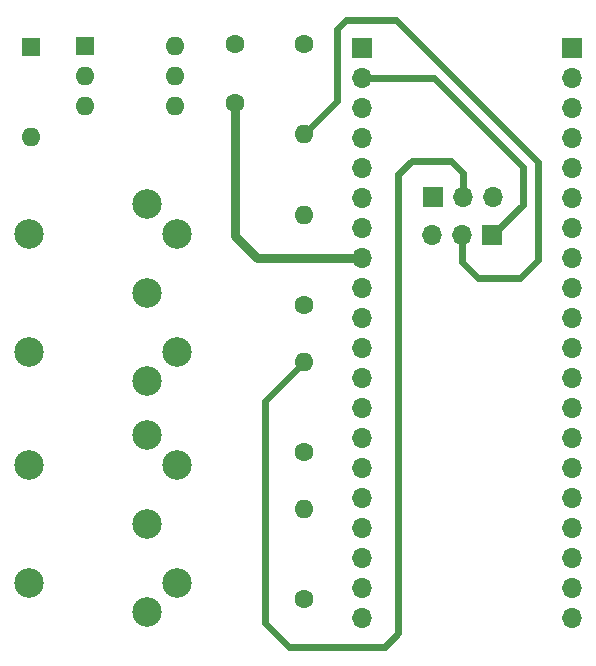
<source format=gbr>
%TF.GenerationSoftware,KiCad,Pcbnew,(6.0.5)*%
%TF.CreationDate,2022-07-19T14:12:40+01:00*%
%TF.ProjectId,PicoMIDIPack,5069636f-4d49-4444-9950-61636b2e6b69,rev?*%
%TF.SameCoordinates,Original*%
%TF.FileFunction,Copper,L2,Bot*%
%TF.FilePolarity,Positive*%
%FSLAX46Y46*%
G04 Gerber Fmt 4.6, Leading zero omitted, Abs format (unit mm)*
G04 Created by KiCad (PCBNEW (6.0.5)) date 2022-07-19 14:12:40*
%MOMM*%
%LPD*%
G01*
G04 APERTURE LIST*
%TA.AperFunction,ComponentPad*%
%ADD10R,1.700000X1.700000*%
%TD*%
%TA.AperFunction,ComponentPad*%
%ADD11O,1.700000X1.700000*%
%TD*%
%TA.AperFunction,WasherPad*%
%ADD12C,2.499360*%
%TD*%
%TA.AperFunction,ComponentPad*%
%ADD13C,2.499360*%
%TD*%
%TA.AperFunction,ComponentPad*%
%ADD14C,1.600000*%
%TD*%
%TA.AperFunction,ComponentPad*%
%ADD15O,1.600000X1.600000*%
%TD*%
%TA.AperFunction,ComponentPad*%
%ADD16R,1.600000X1.600000*%
%TD*%
%TA.AperFunction,Conductor*%
%ADD17C,0.800000*%
%TD*%
%TA.AperFunction,Conductor*%
%ADD18C,0.600000*%
%TD*%
G04 APERTURE END LIST*
D10*
%TO.P,UART0,1,Pin_1*%
%TO.N,/RX0*%
X81011000Y-85795000D03*
D11*
%TO.P,UART0,2,Pin_2*%
%TO.N,Net-(R4-Pad2)*%
X78471000Y-85795000D03*
%TO.P,UART0,3,Pin_3*%
%TO.N,/RX1*%
X75931000Y-85795000D03*
%TD*%
D12*
%TO.P,IN,*%
%TO.N,*%
X41770300Y-85676740D03*
X41770300Y-95679260D03*
D13*
%TO.P,IN,1*%
%TO.N,unconnected-(J1-Pad1)*%
X51765200Y-98176080D03*
%TO.P,IN,2*%
%TO.N,unconnected-(J1-Pad2)*%
X51767740Y-90678000D03*
%TO.P,IN,3*%
%TO.N,unconnected-(J1-Pad3)*%
X51765200Y-83179920D03*
%TO.P,IN,4*%
%TO.N,Net-(J1-Pad4)*%
X54267100Y-95674180D03*
%TO.P,IN,5*%
%TO.N,Net-(D1-Pad2)*%
X54267100Y-85681820D03*
%TD*%
D14*
%TO.P,33R,1*%
%TO.N,Net-(J2-Pad4)*%
X65024000Y-116586000D03*
D15*
%TO.P,33R,2*%
%TO.N,+3V3*%
X65024000Y-108966000D03*
%TD*%
D14*
%TO.P,220R,1*%
%TO.N,Net-(J1-Pad4)*%
X65024000Y-91694000D03*
D15*
%TO.P,220R,2*%
%TO.N,Net-(D1-Pad1)*%
X65024000Y-84074000D03*
%TD*%
D10*
%TO.P,J4,1,Pin_1*%
%TO.N,Net-(J4-Pad1)*%
X87780000Y-70000000D03*
D11*
%TO.P,J4,2,Pin_2*%
%TO.N,Net-(J4-Pad2)*%
X87780000Y-72540000D03*
%TO.P,J4,3,Pin_3*%
%TO.N,GND*%
X87780000Y-75080000D03*
%TO.P,J4,4,Pin_4*%
%TO.N,Net-(J4-Pad4)*%
X87780000Y-77620000D03*
%TO.P,J4,5,Pin_5*%
%TO.N,+3V3*%
X87780000Y-80160000D03*
%TO.P,J4,6,Pin_6*%
%TO.N,Net-(J4-Pad6)*%
X87780000Y-82700000D03*
%TO.P,J4,7,Pin_7*%
%TO.N,Net-(J4-Pad7)*%
X87780000Y-85240000D03*
%TO.P,J4,8,Pin_8*%
%TO.N,GND*%
X87780000Y-87780000D03*
%TO.P,J4,9,Pin_9*%
%TO.N,Net-(J4-Pad9)*%
X87780000Y-90320000D03*
%TO.P,J4,10,Pin_10*%
%TO.N,Net-(J4-Pad10)*%
X87780000Y-92860000D03*
%TO.P,J4,11,Pin_11*%
%TO.N,Net-(J4-Pad11)*%
X87780000Y-95400000D03*
%TO.P,J4,12,Pin_12*%
%TO.N,Net-(J4-Pad12)*%
X87780000Y-97940000D03*
%TO.P,J4,13,Pin_13*%
%TO.N,GND*%
X87780000Y-100480000D03*
%TO.P,J4,14,Pin_14*%
%TO.N,Net-(J4-Pad14)*%
X87780000Y-103020000D03*
%TO.P,J4,15,Pin_15*%
%TO.N,Net-(J4-Pad15)*%
X87780000Y-105560000D03*
%TO.P,J4,16,Pin_16*%
%TO.N,Net-(J4-Pad16)*%
X87780000Y-108100000D03*
%TO.P,J4,17,Pin_17*%
%TO.N,Net-(J4-Pad17)*%
X87780000Y-110640000D03*
%TO.P,J4,18,Pin_18*%
%TO.N,GND*%
X87780000Y-113180000D03*
%TO.P,J4,19,Pin_19*%
%TO.N,Net-(J4-Pad19)*%
X87780000Y-115720000D03*
%TO.P,J4,20,Pin_20*%
%TO.N,Net-(J4-Pad20)*%
X87780000Y-118260000D03*
%TD*%
D16*
%TO.P,H11L1,1*%
%TO.N,Net-(D1-Pad1)*%
X46492000Y-69840000D03*
D15*
%TO.P,H11L1,2*%
%TO.N,Net-(D1-Pad2)*%
X46492000Y-72380000D03*
%TO.P,H11L1,3*%
%TO.N,unconnected-(U1-Pad3)*%
X46492000Y-74920000D03*
%TO.P,H11L1,4*%
%TO.N,Net-(R4-Pad2)*%
X54112000Y-74920000D03*
%TO.P,H11L1,5*%
%TO.N,GND*%
X54112000Y-72380000D03*
%TO.P,H11L1,6*%
%TO.N,+3V3*%
X54112000Y-69840000D03*
%TD*%
D10*
%TO.P,UART1,1,Pin_1*%
%TO.N,/TX1*%
X75961000Y-82607000D03*
D11*
%TO.P,UART1,2,Pin_2*%
%TO.N,Net-(J5-Pad2)*%
X78501000Y-82607000D03*
%TO.P,UART1,3,Pin_3*%
%TO.N,/TX0*%
X81041000Y-82607000D03*
%TD*%
D14*
%TO.P,470R,1*%
%TO.N,+3V3*%
X65024000Y-69596000D03*
D15*
%TO.P,470R,2*%
%TO.N,Net-(R4-Pad2)*%
X65024000Y-77216000D03*
%TD*%
D14*
%TO.P,10R,1*%
%TO.N,Net-(J2-Pad5)*%
X65024000Y-104140000D03*
D15*
%TO.P,10R,2*%
%TO.N,Net-(J5-Pad2)*%
X65024000Y-96520000D03*
%TD*%
D14*
%TO.P,100nF,1*%
%TO.N,+3V3*%
X59182000Y-69636000D03*
%TO.P,100nF,2*%
%TO.N,GND*%
X59182000Y-74636000D03*
%TD*%
D16*
%TO.P,1N914,1,K*%
%TO.N,Net-(D1-Pad1)*%
X41910000Y-69850000D03*
D15*
%TO.P,1N914,2,A*%
%TO.N,Net-(D1-Pad2)*%
X41910000Y-77470000D03*
%TD*%
D10*
%TO.P,J3,1,Pin_1*%
%TO.N,/TX0*%
X70000000Y-70000000D03*
D11*
%TO.P,J3,2,Pin_2*%
%TO.N,/RX0*%
X70000000Y-72540000D03*
%TO.P,J3,3,Pin_3*%
%TO.N,GND*%
X70000000Y-75080000D03*
%TO.P,J3,4,Pin_4*%
%TO.N,Net-(J3-Pad4)*%
X70000000Y-77620000D03*
%TO.P,J3,5,Pin_5*%
%TO.N,Net-(J3-Pad5)*%
X70000000Y-80160000D03*
%TO.P,J3,6,Pin_6*%
%TO.N,/TX1*%
X70000000Y-82700000D03*
%TO.P,J3,7,Pin_7*%
%TO.N,/RX1*%
X70000000Y-85240000D03*
%TO.P,J3,8,Pin_8*%
%TO.N,GND*%
X70000000Y-87780000D03*
%TO.P,J3,9,Pin_9*%
%TO.N,Net-(J3-Pad9)*%
X70000000Y-90320000D03*
%TO.P,J3,10,Pin_10*%
%TO.N,Net-(J3-Pad10)*%
X70000000Y-92860000D03*
%TO.P,J3,11,Pin_11*%
%TO.N,Net-(J3-Pad11)*%
X70000000Y-95400000D03*
%TO.P,J3,12,Pin_12*%
%TO.N,Net-(J3-Pad12)*%
X70000000Y-97940000D03*
%TO.P,J3,13,Pin_13*%
%TO.N,GND*%
X70000000Y-100480000D03*
%TO.P,J3,14,Pin_14*%
%TO.N,Net-(J3-Pad14)*%
X70000000Y-103020000D03*
%TO.P,J3,15,Pin_15*%
%TO.N,Net-(J3-Pad15)*%
X70000000Y-105560000D03*
%TO.P,J3,16,Pin_16*%
%TO.N,Net-(J3-Pad16)*%
X70000000Y-108100000D03*
%TO.P,J3,17,Pin_17*%
%TO.N,Net-(J3-Pad17)*%
X70000000Y-110640000D03*
%TO.P,J3,18,Pin_18*%
%TO.N,GND*%
X70000000Y-113180000D03*
%TO.P,J3,19,Pin_19*%
%TO.N,Net-(J3-Pad19)*%
X70000000Y-115720000D03*
%TO.P,J3,20,Pin_20*%
%TO.N,Net-(J3-Pad20)*%
X70000000Y-118260000D03*
%TD*%
D12*
%TO.P,OUT,*%
%TO.N,*%
X41770300Y-115237260D03*
X41770300Y-105234740D03*
D13*
%TO.P,OUT,1*%
%TO.N,unconnected-(J2-Pad1)*%
X51765200Y-117734080D03*
%TO.P,OUT,2*%
%TO.N,GND*%
X51767740Y-110236000D03*
%TO.P,OUT,3*%
%TO.N,unconnected-(J2-Pad3)*%
X51765200Y-102737920D03*
%TO.P,OUT,4*%
%TO.N,Net-(J2-Pad4)*%
X54267100Y-115232180D03*
%TO.P,OUT,5*%
%TO.N,Net-(J2-Pad5)*%
X54267100Y-105239820D03*
%TD*%
D17*
%TO.N,GND*%
X70000000Y-87780000D02*
X61110000Y-87780000D01*
X61110000Y-87780000D02*
X59182000Y-85852000D01*
X59182000Y-85852000D02*
X59182000Y-74636000D01*
D18*
%TO.N,/RX0*%
X83566000Y-83240000D02*
X81011000Y-85795000D01*
X76096000Y-72540000D02*
X83566000Y-80010000D01*
X83566000Y-80010000D02*
X83566000Y-83240000D01*
X70000000Y-72540000D02*
X76096000Y-72540000D01*
%TO.N,Net-(R4-Pad2)*%
X83312000Y-89408000D02*
X79756000Y-89408000D01*
X68580000Y-67564000D02*
X72816378Y-67564000D01*
X65024000Y-77216000D02*
X67818000Y-74422000D01*
X78471000Y-88123000D02*
X78471000Y-85795000D01*
X67818000Y-68326000D02*
X68580000Y-67564000D01*
X67818000Y-74422000D02*
X67818000Y-68326000D01*
X84836000Y-87884000D02*
X83312000Y-89408000D01*
X79756000Y-89408000D02*
X78471000Y-88123000D01*
X72816378Y-67564000D02*
X84836000Y-79583622D01*
X84836000Y-79583622D02*
X84836000Y-87884000D01*
%TO.N,Net-(J5-Pad2)*%
X65024000Y-96520000D02*
X61722000Y-99822000D01*
X61722000Y-99822000D02*
X61722000Y-118618000D01*
X73025000Y-80645000D02*
X73025000Y-119507000D01*
X61722000Y-118618000D02*
X63754000Y-120650000D01*
X77470000Y-79502000D02*
X74168000Y-79502000D01*
X78501000Y-80533000D02*
X77470000Y-79502000D01*
X78501000Y-82607000D02*
X78501000Y-80533000D01*
X74168000Y-79502000D02*
X73025000Y-80645000D01*
X73025000Y-119507000D02*
X71882000Y-120650000D01*
X63754000Y-120650000D02*
X71882000Y-120650000D01*
%TD*%
M02*

</source>
